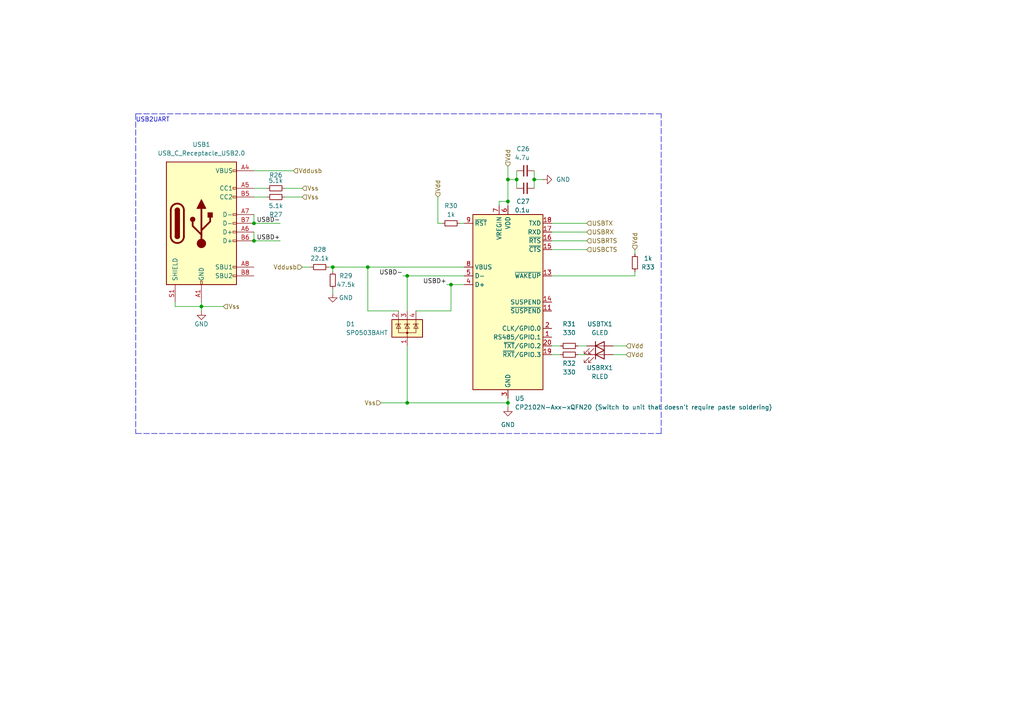
<source format=kicad_sch>
(kicad_sch (version 20211123) (generator eeschema)
  (paper "A4")
  (lib_symbols
    (symbol "Connector:USB_C_Receptacle_USB2.0" (pin_names (offset 1.016))
      (property "Reference" "J" (at -10.16 19.05 0))
      (property "Value" "USB_C_Receptacle_USB2.0" (at 19.05 19.05 0))
      (symbol "USB_C_Receptacle_USB2.0_0_0"
        (rectangle (start -0.254 -17.78) (end 0.254 -16.764))
        (rectangle (start 10.16 -14.986) (end 9.144 -15.494))
        (rectangle (start 10.16 -12.446) (end 9.144 -12.954))
        (rectangle (start 10.16 -4.826) (end 9.144 -5.334))
        (rectangle (start 10.16 -2.286) (end 9.144 -2.794))
        (rectangle (start 10.16 0.254) (end 9.144 -0.254))
        (rectangle (start 10.16 2.794) (end 9.144 2.286))
        (rectangle (start 10.16 7.874) (end 9.144 7.366))
        (rectangle (start 10.16 10.414) (end 9.144 9.906))
        (rectangle (start 10.16 15.494) (end 9.144 14.986))
      )
      (symbol "USB_C_Receptacle_USB2.0_0_1"
        (rectangle (start -10.16 17.78) (end 10.16 -17.78) (stroke (width 0.254)) (fill (type background)))
        (arc (start -8.89 -3.81) (mid -6.985 -5.715) (end -5.08 -3.81) (stroke (width 0.508)))
        (arc (start -7.62 -3.81) (mid -6.985 -4.445) (end -6.35 -3.81) (stroke (width 0.254)))
        (arc (start -7.62 -3.81) (mid -6.985 -4.445) (end -6.35 -3.81) (stroke (width 0.254)) (fill (type outline)))
        (rectangle (start -7.62 -3.81) (end -6.35 3.81) (stroke (width 0.254)) (fill (type outline)))
        (arc (start -6.35 3.81) (mid -6.985 4.445) (end -7.62 3.81) (stroke (width 0.254)))
        (arc (start -6.35 3.81) (mid -6.985 4.445) (end -7.62 3.81) (stroke (width 0.254)) (fill (type outline)))
        (arc (start -5.08 3.81) (mid -6.985 5.715) (end -8.89 3.81) (stroke (width 0.508)))
        (circle (center -2.54 1.143) (radius 0.635) (stroke (width 0.254)) (fill (type outline)))
        (circle (center 0 -5.842) (radius 1.27) (fill (type outline)))
        (polyline (pts (xy -8.89 -3.81) (xy -8.89 3.81)) (stroke (width 0.508)))
        (polyline (pts (xy -5.08 3.81) (xy -5.08 -3.81)) (stroke (width 0.508)))
        (polyline (pts (xy 0 -5.842) (xy 0 4.318)) (stroke (width 0.508)))
        (polyline (pts (xy 0 -3.302) (xy -2.54 -0.762) (xy -2.54 0.508)) (stroke (width 0.508)))
        (polyline (pts (xy 0 -2.032) (xy 2.54 0.508) (xy 2.54 1.778)) (stroke (width 0.508)))
        (polyline (pts (xy -1.27 4.318) (xy 0 6.858) (xy 1.27 4.318) (xy -1.27 4.318)) (stroke (width 0.254)) (fill (type outline)))
        (rectangle (start 1.905 1.778) (end 3.175 3.048) (stroke (width 0.254)) (fill (type outline)))
      )
      (symbol "USB_C_Receptacle_USB2.0_1_1"
        (pin passive line (at 0 -22.86 90) (length 5.08) (name "GND") (number "A1"))
        (pin passive line (at 0 -22.86 90) (length 5.08) hide (name "GND") (number "A12"))
        (pin passive line (at 15.24 15.24 180) (length 5.08) (name "VBUS") (number "A4"))
        (pin bidirectional line (at 15.24 10.16 180) (length 5.08) (name "CC1") (number "A5"))
        (pin bidirectional line (at 15.24 -2.54 180) (length 5.08) (name "D+") (number "A6"))
        (pin bidirectional line (at 15.24 2.54 180) (length 5.08) (name "D-") (number "A7"))
        (pin bidirectional line (at 15.24 -12.7 180) (length 5.08) (name "SBU1") (number "A8"))
        (pin passive line (at 15.24 15.24 180) (length 5.08) hide (name "VBUS") (number "A9"))
        (pin passive line (at 0 -22.86 90) (length 5.08) hide (name "GND") (number "B1"))
        (pin passive line (at 0 -22.86 90) (length 5.08) hide (name "GND") (number "B12"))
        (pin passive line (at 15.24 15.24 180) (length 5.08) hide (name "VBUS") (number "B4"))
        (pin bidirectional line (at 15.24 7.62 180) (length 5.08) (name "CC2") (number "B5"))
        (pin bidirectional line (at 15.24 -5.08 180) (length 5.08) (name "D+") (number "B6"))
        (pin bidirectional line (at 15.24 0 180) (length 5.08) (name "D-") (number "B7"))
        (pin bidirectional line (at 15.24 -15.24 180) (length 5.08) (name "SBU2") (number "B8"))
        (pin passive line (at 15.24 15.24 180) (length 5.08) hide (name "VBUS") (number "B9"))
        (pin passive line (at -7.62 -22.86 90) (length 5.08) (name "SHIELD") (number "S1"))
      )
    )
    (symbol "Device:C_Small" (pin_numbers hide) (pin_names (offset 0.254) hide)
      (property "Reference" "C" (at 0.254 1.778 0))
      (property "Value" "C_Small" (at 0.254 -2.032 0))
      (symbol "C_Small_0_1"
        (polyline (pts (xy -1.524 -0.508) (xy 1.524 -0.508)) (stroke (width 0.3302)))
        (polyline (pts (xy -1.524 0.508) (xy 1.524 0.508)) (stroke (width 0.3048)))
      )
      (symbol "C_Small_1_1"
        (pin passive line (at 0 2.54 270) (length 2.032) (name "~") (number "1"))
        (pin passive line (at 0 -2.54 90) (length 2.032) (name "~") (number "2"))
      )
    )
    (symbol "Device:LED" (pin_numbers hide) (pin_names (offset 1.016) hide)
      (property "Reference" "D" (at 0 2.54 0))
      (property "Value" "LED" (at 0 -2.54 0))
      (symbol "LED_0_1"
        (polyline (pts (xy -1.27 -1.27) (xy -1.27 1.27)) (stroke (width 0.254)))
        (polyline (pts (xy -1.27 0) (xy 1.27 0)))
        (polyline (pts (xy 1.27 -1.27) (xy 1.27 1.27) (xy -1.27 0) (xy 1.27 -1.27)) (stroke (width 0.254)))
        (polyline (pts (xy -3.048 -0.762) (xy -4.572 -2.286) (xy -3.81 -2.286) (xy -4.572 -2.286) (xy -4.572 -1.524)))
        (polyline (pts (xy -1.778 -0.762) (xy -3.302 -2.286) (xy -2.54 -2.286) (xy -3.302 -2.286) (xy -3.302 -1.524)))
      )
      (symbol "LED_1_1"
        (pin passive line (at -3.81 0 0) (length 2.54) (name "K") (number "1"))
        (pin passive line (at 3.81 0 180) (length 2.54) (name "A") (number "2"))
      )
    )
    (symbol "Device:R_Small" (pin_numbers hide) (pin_names (offset 0.254) hide)
      (property "Reference" "R" (at 0.762 0.508 0))
      (property "Value" "R_Small" (at 0.762 -1.016 0))
      (symbol "R_Small_0_1"
        (rectangle (start -0.762 1.778) (end 0.762 -1.778) (stroke (width 0.2032)))
      )
      (symbol "R_Small_1_1"
        (pin passive line (at 0 2.54 270) (length 0.762) (name "~") (number "1"))
        (pin passive line (at 0 -2.54 90) (length 0.762) (name "~") (number "2"))
      )
    )
    (symbol "Interface_USB:CP2102N-Axx-xQFN20"
      (property "Reference" "U" (at -8.89 26.67 0))
      (property "Value" "CP2102N-Axx-xQFN20" (at 12.7 26.67 0))
      (symbol "CP2102N-Axx-xQFN20_0_1"
        (rectangle (start -10.16 25.4) (end 10.16 -25.4) (stroke (width 0.254)) (fill (type background)))
      )
      (symbol "CP2102N-Axx-xQFN20_1_1"
        (pin bidirectional line (at 12.7 -10.16 180) (length 2.54) (name "RS485/GPIO.1") (number "1"))
        (pin no_connect line (at -10.16 -22.86 0) (length 2.54) hide (name "NC") (number "10"))
        (pin output line (at 12.7 -2.54 180) (length 2.54) (name "~{SUSPEND}") (number "11"))
        (pin passive line (at 0 -27.94 90) (length 2.54) hide (name "GND") (number "12"))
        (pin input line (at 12.7 7.62 180) (length 2.54) (name "~{WAKEUP}") (number "13"))
        (pin output line (at 12.7 0 180) (length 2.54) (name "SUSPEND") (number "14"))
        (pin input line (at 12.7 15.24 180) (length 2.54) (name "~{CTS}") (number "15"))
        (pin output line (at 12.7 17.78 180) (length 2.54) (name "~{RTS}") (number "16"))
        (pin input line (at 12.7 20.32 180) (length 2.54) (name "RXD") (number "17"))
        (pin output line (at 12.7 22.86 180) (length 2.54) (name "TXD") (number "18"))
        (pin bidirectional line (at 12.7 -15.24 180) (length 2.54) (name "~{RXT}/GPIO.3") (number "19"))
        (pin bidirectional line (at 12.7 -7.62 180) (length 2.54) (name "CLK/GPIO.0") (number "2"))
        (pin bidirectional line (at 12.7 -12.7 180) (length 2.54) (name "~{TXT}/GPIO.2") (number "20"))
        (pin passive line (at 0 -27.94 90) (length 2.54) hide (name "GND") (number "21"))
        (pin power_in line (at 0 -27.94 90) (length 2.54) (name "GND") (number "3"))
        (pin bidirectional line (at -12.7 5.08 0) (length 2.54) (name "D+") (number "4"))
        (pin bidirectional line (at -12.7 7.62 0) (length 2.54) (name "D-") (number "5"))
        (pin power_in line (at 0 27.94 270) (length 2.54) (name "VDD") (number "6"))
        (pin power_in line (at -2.54 27.94 270) (length 2.54) (name "VREGIN") (number "7"))
        (pin input line (at -12.7 10.16 0) (length 2.54) (name "VBUS") (number "8"))
        (pin input line (at -12.7 22.86 0) (length 2.54) (name "~{RST}") (number "9"))
      )
    )
    (symbol "Power_Protection:SP0503BAHT" (pin_names hide)
      (property "Reference" "D" (at 5.715 2.54 0))
      (property "Value" "SP0503BAHT" (at 5.715 0.635 0))
      (symbol "SP0503BAHT_0_0"
        (pin passive line (at 0 -5.08 90) (length 2.54) (name "A") (number "1"))
      )
      (symbol "SP0503BAHT_0_1"
        (rectangle (start -4.445 2.54) (end 4.445 -2.54) (stroke (width 0.254)) (fill (type background)))
        (circle (center 0 -1.27) (radius 0.254) (fill (type outline)))
        (polyline (pts (xy -2.54 2.54) (xy -2.54 1.27)))
        (polyline (pts (xy 0 -1.27) (xy 0 -2.54)))
        (polyline (pts (xy 0 -1.27) (xy 0 1.27)))
        (polyline (pts (xy 0 2.54) (xy 0 1.27)))
        (polyline (pts (xy 0.635 1.27) (xy 0.762 1.27)))
        (polyline (pts (xy 2.54 2.54) (xy 2.54 1.27)))
        (polyline (pts (xy 0.635 1.27) (xy -0.762 1.27) (xy -0.762 1.016)))
        (polyline (pts (xy -3.302 1.016) (xy -3.302 1.27) (xy -1.905 1.27) (xy -1.778 1.27)))
        (polyline (pts (xy -2.54 1.27) (xy -2.54 -1.27) (xy 2.54 -1.27) (xy 2.54 1.27)))
        (polyline (pts (xy -2.54 1.27) (xy -1.905 0) (xy -3.175 0) (xy -2.54 1.27)))
        (polyline (pts (xy 0.635 0) (xy -0.635 0) (xy 0 1.27) (xy 0.635 0)))
        (polyline (pts (xy 1.778 1.016) (xy 1.778 1.27) (xy 3.175 1.27) (xy 3.302 1.27)))
        (polyline (pts (xy 2.54 1.27) (xy 1.905 0) (xy 3.175 0) (xy 2.54 1.27)))
      )
      (symbol "SP0503BAHT_1_1"
        (pin passive line (at -2.54 5.08 270) (length 2.54) (name "K") (number "2"))
        (pin passive line (at 0 5.08 270) (length 2.54) (name "K") (number "3"))
        (pin passive line (at 2.54 5.08 270) (length 2.54) (name "K") (number "4"))
      )
    )
    (symbol "power:GND" (power) (pin_names (offset 0))
      (property "Value" "GND" (at 0 -3.81 0))
      (symbol "GND_0_1"
        (polyline (pts (xy 0 0) (xy 0 -1.27) (xy 1.27 -1.27) (xy 0 -2.54) (xy -1.27 -1.27) (xy 0 -1.27)))
      )
      (symbol "GND_1_1"
        (pin power_in line (at 0 0 270) (length 0) hide (name "GND") (number "1"))
      )
    )
  )
  (junction (at 73.66 69.85))
  (junction (at 154.94 52.07))
  (junction (at 96.52 77.47))
  (junction (at 147.32 52.07))
  (junction (at 106.68 77.47))
  (junction (at 149.86 52.07))
  (junction (at 73.66 64.77))
  (junction (at 118.11 116.84))
  (junction (at 118.11 80.01))
  (junction (at 147.32 116.84))
  (junction (at 130.81 82.55))
  (junction (at 58.42 88.9))
  (junction (at 147.32 58.42))
  (wire (pts (xy 149.86 52.07) (xy 149.86 54.61)))
  (wire (pts (xy 73.66 49.53) (xy 85.09 49.53)))
  (wire (pts (xy 162.56 100.33) (xy 160.02 100.33)))
  (wire (pts (xy 160.02 67.31) (xy 170.18 67.31)))
  (wire (pts (xy 73.66 54.61) (xy 77.47 54.61)))
  (wire (pts (xy 181.61 102.87) (xy 177.8 102.87)))
  (wire (pts (xy 73.66 69.85) (xy 81.28 69.85)))
  (wire (pts (xy 154.94 52.07) (xy 154.94 54.61)))
  (wire (pts (xy 96.52 77.47) (xy 106.68 77.47)))
  (wire (pts (xy 110.49 116.84) (xy 118.11 116.84)))
  (wire (pts (xy 147.32 115.57) (xy 147.32 116.84)))
  (wire (pts (xy 184.15 78.74) (xy 184.15 80.01)))
  (wire (pts (xy 144.78 58.42) (xy 144.78 59.69)))
  (wire (pts (xy 118.11 100.33) (xy 118.11 116.84)))
  (polyline (pts (xy 39.37 33.02) (xy 39.37 125.73)))
  (wire (pts (xy 58.42 88.9) (xy 58.42 90.17)))
  (wire (pts (xy 160.02 80.01) (xy 184.15 80.01)))
  (wire (pts (xy 58.42 88.9) (xy 64.77 88.9)))
  (wire (pts (xy 147.32 116.84) (xy 147.32 118.11)))
  (wire (pts (xy 162.56 102.87) (xy 160.02 102.87)))
  (wire (pts (xy 154.94 49.53) (xy 154.94 52.07)))
  (wire (pts (xy 95.25 77.47) (xy 96.52 77.47)))
  (wire (pts (xy 73.66 57.15) (xy 77.47 57.15)))
  (wire (pts (xy 170.18 102.87) (xy 167.64 102.87)))
  (wire (pts (xy 73.66 62.23) (xy 73.66 64.77)))
  (wire (pts (xy 170.18 100.33) (xy 167.64 100.33)))
  (polyline (pts (xy 39.37 125.73) (xy 191.77 125.73)))
  (wire (pts (xy 115.57 90.17) (xy 106.68 90.17)))
  (wire (pts (xy 87.63 77.47) (xy 90.17 77.47)))
  (wire (pts (xy 50.8 88.9) (xy 58.42 88.9)))
  (wire (pts (xy 147.32 48.26) (xy 147.32 52.07)))
  (wire (pts (xy 82.55 54.61) (xy 87.63 54.61)))
  (wire (pts (xy 127 57.15) (xy 127 64.77)))
  (wire (pts (xy 73.66 64.77) (xy 81.28 64.77)))
  (wire (pts (xy 147.32 52.07) (xy 147.32 58.42)))
  (wire (pts (xy 82.55 57.15) (xy 87.63 57.15)))
  (wire (pts (xy 50.8 87.63) (xy 50.8 88.9)))
  (wire (pts (xy 118.11 80.01) (xy 134.62 80.01)))
  (wire (pts (xy 154.94 52.07) (xy 157.48 52.07)))
  (wire (pts (xy 106.68 90.17) (xy 106.68 77.47)))
  (wire (pts (xy 130.81 90.17) (xy 130.81 82.55)))
  (wire (pts (xy 116.84 80.01) (xy 118.11 80.01)))
  (wire (pts (xy 129.54 82.55) (xy 130.81 82.55)))
  (wire (pts (xy 149.86 49.53) (xy 149.86 52.07)))
  (wire (pts (xy 184.15 72.39) (xy 184.15 73.66)))
  (wire (pts (xy 147.32 52.07) (xy 149.86 52.07)))
  (wire (pts (xy 130.81 82.55) (xy 134.62 82.55)))
  (wire (pts (xy 118.11 80.01) (xy 118.11 90.17)))
  (polyline (pts (xy 39.37 33.02) (xy 191.77 33.02)))
  (wire (pts (xy 147.32 58.42) (xy 147.32 59.69)))
  (wire (pts (xy 181.61 100.33) (xy 177.8 100.33)))
  (wire (pts (xy 96.52 85.09) (xy 96.52 83.82)))
  (wire (pts (xy 120.65 90.17) (xy 130.81 90.17)))
  (wire (pts (xy 96.52 78.74) (xy 96.52 77.47)))
  (wire (pts (xy 160.02 72.39) (xy 170.18 72.39)))
  (wire (pts (xy 133.35 64.77) (xy 134.62 64.77)))
  (polyline (pts (xy 191.77 125.73) (xy 191.77 33.02)))
  (wire (pts (xy 73.66 67.31) (xy 73.66 69.85)))
  (wire (pts (xy 106.68 77.47) (xy 134.62 77.47)))
  (wire (pts (xy 147.32 58.42) (xy 144.78 58.42)))
  (wire (pts (xy 160.02 64.77) (xy 170.18 64.77)))
  (wire (pts (xy 160.02 69.85) (xy 170.18 69.85)))
  (wire (pts (xy 58.42 87.63) (xy 58.42 88.9)))
  (wire (pts (xy 127 64.77) (xy 128.27 64.77)))
  (wire (pts (xy 147.32 116.84) (xy 118.11 116.84)))
  (text "USB2UART" (at 39.37 35.56 0) (effects (font (size 1.27 1.27)) (justify left bottom)))
  (label "USBD-" (at 116.84 80.01 180))
  (label "USBD-" (at 81.28 64.77 180))
  (label "USBD+" (at 129.54 82.55 180))
  (label "USBD+" (at 81.28 69.85 180))
  (hierarchical_label "Vdd" (shape input) (at 184.15 72.39 90))
  (hierarchical_label "Vss" (shape input) (at 87.63 54.61 0))
  (hierarchical_label "Vss" (shape input) (at 110.49 116.84 180))
  (hierarchical_label "Vdd" (shape input) (at 181.61 102.87 0))
  (hierarchical_label "Vdd" (shape input) (at 147.32 48.26 90))
  (hierarchical_label "Vdd" (shape input) (at 181.61 100.33 0))
  (hierarchical_label "USBRTS" (shape input) (at 170.18 69.85 0))
  (hierarchical_label "Vdd" (shape input) (at 127 57.15 90))
  (hierarchical_label "USBRX" (shape input) (at 170.18 67.31 0))
  (hierarchical_label "USBTX" (shape input) (at 170.18 64.77 0))
  (hierarchical_label "USBCTS" (shape input) (at 170.18 72.39 0))
  (hierarchical_label "Vss" (shape input) (at 64.77 88.9 0))
  (hierarchical_label "Vddusb" (shape input) (at 87.63 77.47 180))
  (hierarchical_label "Vss" (shape input) (at 87.63 57.15 0))
  (hierarchical_label "Vddusb" (shape input) (at 85.09 49.53 0))
  (symbol (lib_id "power:GND") (at 157.48 52.07 90) (unit 1)
    (property "Reference" "#PWR015" (effects hide))
    (property "Value" "GND" (at 161.29 52.0699 90) (effects (justify right)))
  )
  (symbol (lib_id "Device:C_Small") (at 152.4 54.61 90) (unit 1)
    (property "Reference" "C27" (at 153.67 58.42 90) (effects (justify left)))
    (property "Value" "0.1u" (at 153.67 60.96 90) (effects (justify left)))
    (property "Footprint" "Capacitor_SMD:C_0603_1608Metric_Pad1.08x0.95mm_HandSolder" (effects hide))
    (property "Datasheet" "https://nl.mouser.com/datasheet/2/447/UPY_GPHC_X7R_6_3V_to_50V_18-1827110.pdf" (effects hide))
    (property "Ref" "CC0603KRX7R9BB104" (effects hide))
  )
  (symbol (lib_id "Interface_USB:CP2102N-Axx-xQFN20") (at 147.32 87.63 0) (unit 1)
    (property "Reference" "U5" (at 149.3394 115.57 0) (effects (justify left)))
    (property "Value" "CP2102N-Axx-xQFN20 (Switch to unit that doesn't require paste soldering)" (at 149.3394 118.11 0) (effects (justify left)))
    (property "Footprint" "Package_DFN_QFN:SiliconLabs_QFN-20-1EP_3x3mm_P0.5mm_EP1.8x1.8mm" (effects hide))
    (property "Datasheet" "https://www.silabs.com/documents/public/data-sheets/cp2102n-datasheet.pdf" (effects hide))
    (property "Ref" "CP2102N-A02-GQFN20" (effects hide))
  )
  (symbol (lib_id "Device:R_Small") (at 165.1 100.33 90) (unit 1)
    (property "Reference" "R31" (at 165.1 93.98 90))
    (property "Value" "330" (at 165.1 96.52 90))
    (property "Footprint" "Resistor_SMD:R_0805_2012Metric" (effects hide))
    (property "Datasheet" "https://eu.mouser.com/datasheet/2/447/PYu_RE_105_RoHS_L_6-3003059.pdf" (effects hide))
    (property "Ref" "RE0805FRE07330RL" (effects hide))
  )
  (symbol (lib_id "Device:R_Small") (at 80.01 57.15 90) (unit 1)
    (property "Reference" "R27" (at 80.01 62.23 90))
    (property "Value" "5.1k" (at 80.01 59.69 90))
    (property "Footprint" "Resistor_SMD:R_0603_1608Metric_Pad0.98x0.95mm_HandSolder" (effects hide))
    (property "Datasheet" "https://www.mouser.com/datasheet/2/447/PYu_RT_1_to_0_01_RoHS_L_12-3003070.pdf" (effects hide))
    (property "Ref" "RT0603DRE075K1L" (effects hide))
  )
  (symbol (lib_id "Device:R_Small") (at 80.01 54.61 90) (unit 1)
    (property "Reference" "R26" (at 80.01 50.8 90))
    (property "Value" "5.1k" (at 79.9685 52.3875 90))
    (property "Footprint" "Resistor_SMD:R_0603_1608Metric_Pad0.98x0.95mm_HandSolder" (effects hide))
    (property "Datasheet" "https://www.mouser.com/datasheet/2/447/PYu_RT_1_to_0_01_RoHS_L_12-3003070.pdf" (effects hide))
    (property "Ref" "RT0603DRE075K1L" (effects hide))
  )
  (symbol (lib_id "Device:R_Small") (at 92.71 77.47 90) (unit 1)
    (property "Reference" "R28" (at 92.71 72.39 90))
    (property "Value" "22.1k" (at 92.71 74.93 90))
    (property "Footprint" "Resistor_SMD:R_0805_2012Metric" (effects hide))
    (property "Datasheet" "https://nl.mouser.com/datasheet/2/447/PYu_RT_1_to_0_01_RoHS_L_11-1669912.pdf" (effects hide))
    (property "Ref" "RT0805FRE0722K1L" (effects hide))
  )
  (symbol (lib_id "Device:R_Small") (at 184.15 76.2 180) (unit 1)
    (property "Reference" "R33" (at 187.96 77.47 0))
    (property "Value" "1k" (at 187.96 74.93 0))
    (property "Footprint" "Resistor_SMD:R_0603_1608Metric" (effects hide))
    (property "Datasheet" "https://nl.mouser.com/datasheet/2/447/PYu_RT_1_to_0_01_RoHS_L_11-1669912.pdf" (effects hide))
    (property "Ref" " RT0603FRE071KL" (effects hide))
  )
  (symbol (lib_id "Connector:USB_C_Receptacle_USB2.0") (at 58.42 64.77 0) (unit 1)
    (property "Reference" "USB1" (at 58.42 41.9131 0))
    (property "Value" "USB_C_Receptacle_USB2.0" (at 58.42 44.45 0))
    (property "Footprint" "Connector_USB:USB_C_Receptacle_GCT_USB4085" (effects hide))
    (property "Datasheet" "https://www.mouser.com/datasheet/2/837/USB4085-2888250.pdf" (effects hide))
    (property "Ref" "USB4085-GF-A" (effects hide))
  )
  (symbol (lib_id "Device:R_Small") (at 165.1 102.87 270) (unit 1)
    (property "Reference" "R32" (at 165.1 105.41 90))
    (property "Value" "330" (at 165.1 107.95 90))
    (property "Footprint" "Resistor_SMD:R_0805_2012Metric" (effects hide))
    (property "Datasheet" "https://eu.mouser.com/datasheet/2/447/PYu_RE_105_RoHS_L_6-3003059.pdf" (effects hide))
    (property "Ref" "RE0805FRE07330RL" (effects hide))
  )
  (symbol (lib_id "Device:R_Small") (at 96.52 81.28 0) (unit 1)
    (property "Reference" "R29" (at 100.33 80.01 0))
    (property "Value" "47.5k" (at 100.33 82.55 0))
    (property "Footprint" "Resistor_SMD:R_0805_2012Metric" (effects hide))
    (property "Datasheet" "https://nl.mouser.com/datasheet/2/447/PYu_RT_1_to_0_01_RoHS_L_11-1669912.pdf" (effects hide))
    (property "Ref" "RT0805FRE0747K5L" (effects hide))
  )
  (symbol (lib_id "power:GND") (at 147.32 118.11 0) (unit 1)
    (property "Reference" "#PWR014" (effects hide))
    (property "Value" "GND" (at 147.32 123.19 0))
  )
  (symbol (lib_id "power:GND") (at 58.42 90.17 0) (unit 1)
    (property "Reference" "#PWR012" (effects hide))
    (property "Value" "GND" (at 58.42 93.98 0))
  )
  (symbol (lib_id "Device:R_Small") (at 130.81 64.77 270) (unit 1)
    (property "Reference" "R30" (at 130.81 59.69 90))
    (property "Value" "1k" (at 130.81 62.23 90))
    (property "Footprint" "Resistor_SMD:R_0603_1608Metric" (effects hide))
    (property "Datasheet" "https://nl.mouser.com/datasheet/2/447/PYu_RT_1_to_0_01_RoHS_L_11-1669912.pdf" (effects hide))
    (property "Ref" " RT0603FRE071KL" (effects hide))
  )
  (symbol (lib_id "Power_Protection:SP0503BAHT") (at 118.11 95.25 0) (unit 1)
    (property "Reference" "D1" (at 100.33 93.98 0) (effects (justify left)))
    (property "Value" "SP0503BAHT" (at 100.33 96.52 0) (effects (justify left)))
    (property "Footprint" "Package_TO_SOT_SMD:SOT-143" (effects hide))
    (property "Datasheet" "http://www.littelfuse.com/~/media/files/littelfuse/technical%20resources/documents/data%20sheets/sp05xxba.pdf" (effects hide))
    (property "Ref" "SP0503BAHTG" (effects hide))
  )
  (symbol (lib_id "Device:LED") (at 173.99 100.33 0) (unit 1)
    (property "Reference" "USBTX1" (at 173.99 93.98 0))
    (property "Value" "GLED" (at 173.99 96.52 0))
    (property "Footprint" "LED_SMD:LED_0603_1608Metric" (effects hide))
    (property "Datasheet" "https://eu.mouser.com/datasheet/2/445/150060VS75003-2907308.pdf" (effects hide))
    (property "Ref" "150060VS75003" (effects hide))
  )
  (symbol (lib_id "Device:C_Small") (at 152.4 49.53 90) (unit 1)
    (property "Reference" "C26" (at 153.67 43.18 90) (effects (justify left)))
    (property "Value" "4.7u" (at 153.67 45.72 90) (effects (justify left)))
    (property "Footprint" "Capacitor_SMD:C_0805_2012Metric_Pad1.18x1.45mm_HandSolder" (effects hide))
    (property "Datasheet" "https://nl.mouser.com/datasheet/2/447/UPY_GPHC_Y5V_6_3V_to_50V_9-1827116.pdf" (effects hide))
    (property "Ref" "CL21A475KPFNNNE" (effects hide))
  )
  (symbol (lib_id "power:GND") (at 96.52 85.09 0) (unit 1)
    (property "Reference" "#PWR013" (effects hide))
    (property "Value" "GND" (at 100.33 86.36 0))
  )
  (symbol (lib_id "Device:LED") (at 173.99 102.87 0) (unit 1)
    (property "Reference" "USBRX1" (at 173.99 106.68 0))
    (property "Value" "RLED" (at 173.99 109.22 0))
    (property "Footprint" "LED_SMD:LED_0603_1608Metric" (effects hide))
    (property "Datasheet" "https://eu.mouser.com/datasheet/2/445/150060RS75000-1715052.pdf" (effects hide))
    (property "Ref" "150060RS75000" (effects hide))
  )
)
</source>
